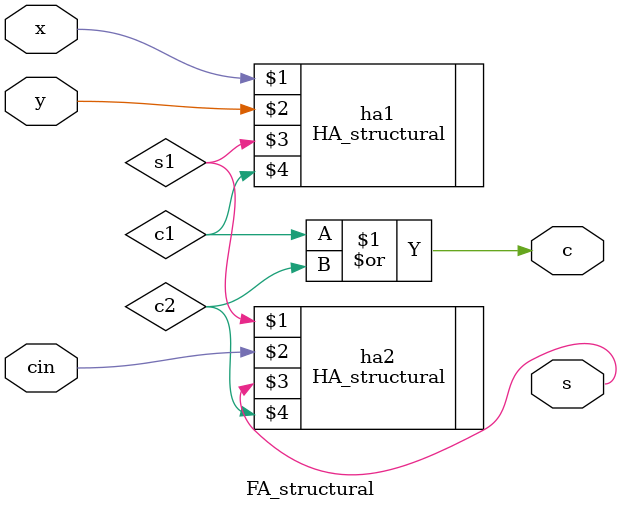
<source format=v>
`timescale 1ns / 1ps


module FA_structural(
input x,y,cin,
output s,c
    );
    wire s1,c1,c2;
    
    HA_structural ha1(x,y,s1,c1);
    HA_structural ha2(s1,cin,s,c2);
    assign c=c1|c2;
endmodule

</source>
